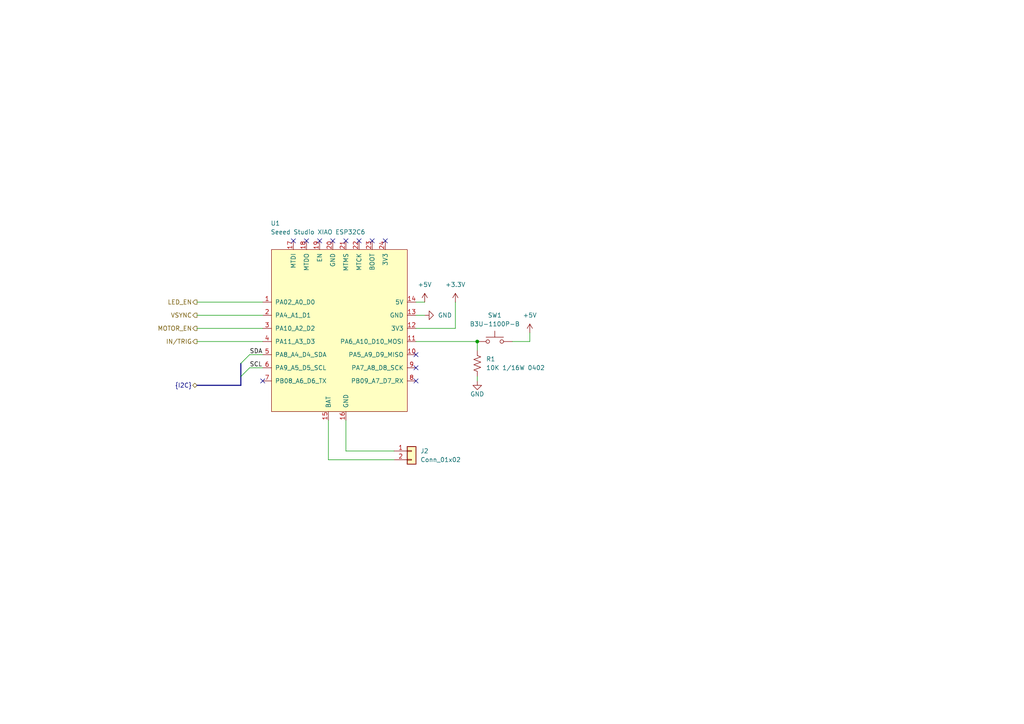
<source format=kicad_sch>
(kicad_sch (version 20231120) (generator "eeschema") (generator_version "8.0")
  (paper "A4")
  (lib_symbols
    (symbol "Connector_Generic:Conn_01x02" (pin_names (offset 1.016) hide)
      (property "Reference" "J" (at 0 2.54 0))
      (property "Value" "Conn_01x02" (at 0 -5.08 0))
      (symbol "Conn_01x02_1_1"
        (rectangle (start -1.27 -2.413) (end 0 -2.667) (stroke (width 0.1524)))
        (rectangle (start -1.27 0.127) (end 0 -0.127) (stroke (width 0.1524)))
        (rectangle (start -1.27 1.27) (end 1.27 -3.81) (stroke (width 0.254)) (fill (type background)))
        (pin passive line (at -5.08 0 0) (length 3.81) (name "Pin_1") (number "1"))
        (pin passive line (at -5.08 -2.54 0) (length 3.81) (name "Pin_2") (number "2"))
      )
    )
    (symbol "Device:R_US" (pin_numbers hide) (pin_names (offset 0))
      (property "Reference" "R" (at 2.54 0 90))
      (property "Value" "R_US" (at -2.54 0 90))
      (symbol "R_US_0_1"
        (polyline (pts (xy 0 -2.286) (xy 0 -2.54)))
        (polyline (pts (xy 0 2.286) (xy 0 2.54)))
        (polyline (pts (xy 0 -0.762) (xy 1.016 -1.143) (xy 0 -1.524) (xy -1.016 -1.905) (xy 0 -2.286)))
        (polyline (pts (xy 0 0.762) (xy 1.016 0.381) (xy 0 0) (xy -1.016 -0.381) (xy 0 -0.762)))
        (polyline (pts (xy 0 2.286) (xy 1.016 1.905) (xy 0 1.524) (xy -1.016 1.143) (xy 0 0.762)))
      )
      (symbol "R_US_1_1"
        (pin passive line (at 0 3.81 270) (length 1.27) (name "~") (number "1"))
        (pin passive line (at 0 -3.81 90) (length 1.27) (name "~") (number "2"))
      )
    )
    (symbol "Seeed_Studio_XIAO_Series:Seeed Studio XIAO ESP32C6" (pin_names (offset 1.016))
      (property "Reference" "U" (at -20.574 20.574 0))
      (property "Value" "Seeed Studio XIAO ESP32C6" (at -29.21 22.86 0))
      (symbol "Seeed Studio XIAO ESP32C6_1_1"
        (rectangle (start -19.05 21.59) (end 20.32 -25.4) (fill (type background)))
        (pin bidirectional line (at -21.59 6.35 0) (length 2.54) (name "PA02_A0_D0") (number "1"))
        (pin bidirectional line (at 22.86 -8.89 180) (length 2.54) (name "PA5_A9_D9_MISO") (number "10"))
        (pin bidirectional line (at 22.86 -5.08 180) (length 2.54) (name "PA6_A10_D10_MOSI") (number "11"))
        (pin power_out line (at 22.86 -1.27 180) (length 2.54) (name "3V3") (number "12"))
        (pin power_out line (at 22.86 2.54 180) (length 2.54) (name "GND") (number "13"))
        (pin power_out line (at 22.86 6.35 180) (length 2.54) (name "5V") (number "14"))
        (pin power_in line (at -2.54 -27.94 90) (length 2.54) (name "BAT") (number "15"))
        (pin power_in line (at 2.54 -27.94 90) (length 2.54) (name "GND") (number "16"))
        (pin bidirectional line (at -12.7 24.13 270) (length 2.54) (name "MTDI") (number "17"))
        (pin bidirectional line (at -8.89 24.13 270) (length 2.54) (name "MTDO") (number "18"))
        (pin input line (at -5.08 24.13 270) (length 2.54) (name "EN") (number "19"))
        (pin bidirectional line (at -21.59 2.54 0) (length 2.54) (name "PA4_A1_D1") (number "2"))
        (pin power_in line (at -1.27 24.13 270) (length 2.54) (name "GND") (number "20"))
        (pin bidirectional line (at 2.54 24.13 270) (length 2.54) (name "MTMS") (number "21"))
        (pin bidirectional line (at 6.35 24.13 270) (length 2.54) (name "MTCK") (number "22"))
        (pin bidirectional line (at 10.16 24.13 270) (length 2.54) (name "BOOT") (number "23"))
        (pin power_in line (at 13.97 24.13 270) (length 2.54) (name "3V3") (number "24"))
        (pin bidirectional line (at -21.59 -1.27 0) (length 2.54) (name "PA10_A2_D2") (number "3"))
        (pin bidirectional line (at -21.59 -5.08 0) (length 2.54) (name "PA11_A3_D3") (number "4"))
        (pin bidirectional line (at -21.59 -8.89 0) (length 2.54) (name "PA8_A4_D4_SDA") (number "5"))
        (pin bidirectional line (at -21.59 -12.7 0) (length 2.54) (name "PA9_A5_D5_SCL") (number "6"))
        (pin bidirectional line (at -21.59 -16.51 0) (length 2.54) (name "PB08_A6_D6_TX") (number "7"))
        (pin bidirectional line (at 22.86 -16.51 180) (length 2.54) (name "PB09_A7_D7_RX") (number "8"))
        (pin bidirectional line (at 22.86 -12.7 180) (length 2.54) (name "PA7_A8_D8_SCK") (number "9"))
      )
    )
    (symbol "Switch:SW_Push" (pin_numbers hide) (pin_names (offset 1.016) hide)
      (property "Reference" "SW1" (at 0 7.62 0))
      (property "Value" "B3U-1100P-B" (at 0 5.08 0))
      (symbol "SW_Push_0_1"
        (circle (center -2.032 0) (radius 0.508))
        (polyline (pts (xy 0 1.27) (xy 0 3.048)))
        (polyline (pts (xy 2.54 1.27) (xy -2.54 1.27)))
        (circle (center 2.032 0) (radius 0.508))
        (pin passive line (at -5.08 0 0) (length 2.54) (name "1") (number "1"))
        (pin passive line (at 5.08 0 180) (length 2.54) (name "2") (number "2"))
      )
      (symbol "SW_Push_1_1"
        (pin no_connect line (at 0 -2.54 0) (length 2.54) hide (name "Shield") (number "3"))
      )
    )
    (symbol "power:+3.3V" (power) (pin_numbers hide) (pin_names (offset 0) hide)
      (property "Value" "+3.3V" (at 0 3.556 0))
      (symbol "+3.3V_0_1"
        (polyline (pts (xy -0.762 1.27) (xy 0 2.54)))
        (polyline (pts (xy 0 0) (xy 0 2.54)))
        (polyline (pts (xy 0 2.54) (xy 0.762 1.27)))
      )
      (symbol "+3.3V_1_1"
        (pin power_in line (at 0 0 90) (length 0) (name "~") (number "1"))
      )
    )
    (symbol "power:+5V" (power) (pin_numbers hide) (pin_names (offset 0) hide)
      (property "Value" "+5V" (at 0 3.556 0))
      (symbol "+5V_0_1"
        (polyline (pts (xy -0.762 1.27) (xy 0 2.54)))
        (polyline (pts (xy 0 0) (xy 0 2.54)))
        (polyline (pts (xy 0 2.54) (xy 0.762 1.27)))
      )
      (symbol "+5V_1_1"
        (pin power_in line (at 0 0 90) (length 0) (name "~") (number "1"))
      )
    )
    (symbol "power:GND" (power) (pin_numbers hide) (pin_names (offset 0) hide)
      (property "Value" "GND" (at 0 -3.81 0))
      (symbol "GND_0_1"
        (polyline (pts (xy 0 0) (xy 0 -1.27) (xy 1.27 -1.27) (xy 0 -2.54) (xy -1.27 -1.27) (xy 0 -1.27)))
      )
      (symbol "GND_1_1"
        (pin power_in line (at 0 0 270) (length 0) (name "~") (number "1"))
      )
    )
  )
  (junction (at 138.43 99.06))
  (no_connect (at 107.95 69.85))
  (no_connect (at 92.71 69.85))
  (no_connect (at 120.65 106.68))
  (no_connect (at 120.65 110.49))
  (no_connect (at 120.65 102.87))
  (no_connect (at 76.2 110.49))
  (no_connect (at 104.14 69.85))
  (no_connect (at 88.9 69.85))
  (no_connect (at 85.09 69.85))
  (no_connect (at 96.52 69.85))
  (no_connect (at 100.33 69.85))
  (no_connect (at 111.76 69.85))
  (bus_entry (at 69.85 109.22) (size 2.54 -2.54))
  (bus_entry (at 69.85 105.41) (size 2.54 -2.54))
  (wire (pts (xy 72.39 106.68) (xy 76.2 106.68)))
  (wire (pts (xy 100.33 130.81) (xy 114.3 130.81)))
  (wire (pts (xy 138.43 109.22) (xy 138.43 110.49)))
  (wire (pts (xy 100.33 121.92) (xy 100.33 130.81)))
  (wire (pts (xy 95.25 121.92) (xy 95.25 133.35)))
  (bus (pts (xy 69.85 109.22) (xy 69.85 111.76)))
  (wire (pts (xy 72.39 102.87) (xy 76.2 102.87)))
  (wire (pts (xy 57.15 95.25) (xy 76.2 95.25)))
  (wire (pts (xy 57.15 91.44) (xy 76.2 91.44)))
  (wire (pts (xy 120.65 99.06) (xy 138.43 99.06)))
  (wire (pts (xy 57.15 87.63) (xy 76.2 87.63)))
  (wire (pts (xy 95.25 133.35) (xy 114.3 133.35)))
  (wire (pts (xy 153.67 99.06) (xy 148.59 99.06)))
  (wire (pts (xy 123.19 87.63) (xy 120.65 87.63)))
  (wire (pts (xy 138.43 101.6) (xy 138.43 99.06)))
  (wire (pts (xy 123.19 91.44) (xy 120.65 91.44)))
  (wire (pts (xy 120.65 95.25) (xy 132.08 95.25)))
  (wire (pts (xy 57.15 99.06) (xy 76.2 99.06)))
  (wire (pts (xy 132.08 95.25) (xy 132.08 87.63)))
  (bus (pts (xy 69.85 105.41) (xy 69.85 109.22)))
  (bus (pts (xy 69.85 111.76) (xy 57.15 111.76)))
  (wire (pts (xy 153.67 96.52) (xy 153.67 99.06)))
  (label "SCL" (at 72.39 106.68 0))
  (label "SDA" (at 72.39 102.87 0))
  (hierarchical_label "IN{slash}TRIG" (shape output) (at 57.15 99.06 180))
  (hierarchical_label "MOTOR_EN" (shape output) (at 57.15 95.25 180))
  (hierarchical_label "{I2C}" (shape bidirectional) (at 57.15 111.76 180))
  (hierarchical_label "LED_EN" (shape output) (at 57.15 87.63 180))
  (hierarchical_label "VSYNC" (shape output) (at 57.15 91.44 180))
  (symbol (lib_id "power:+5V") (at 123.19 87.63 0) (unit 1)
    (property "Reference" "#PWR01" (effects (hide yes)))
    (property "Value" "+5V" (at 123.19 82.55 0))
    (property "Description" "Power symbol creates a global label with name \"+5V\"" (effects (hide yes)))
  )
  (symbol (lib_id "power:GND") (at 138.43 110.49 0) (unit 1)
    (property "Reference" "#PWR020" (effects (hide yes)))
    (property "Value" "GND" (at 140.462 114.3 0) (effects (justify right)))
    (property "Description" "Power symbol creates a global label with name \"GND\" , ground" (effects (hide yes)))
  )
  (symbol (lib_id "Seeed_Studio_XIAO_Series:Seeed Studio XIAO ESP32C6") (at 97.79 93.98 0) (unit 1)
    (property "Reference" "U1" (at 78.486 64.77 0) (effects (justify left)))
    (property "Value" "Seeed Studio XIAO ESP32C6" (at 78.486 67.31 0) (effects (justify left)))
    (property "Footprint" "OPL_Kicad_Library:XIAO-ESP32-C6-SMD" (effects (hide yes)))
  )
  (symbol (lib_id "power:+5V") (at 153.67 96.52 0) (unit 1)
    (property "Reference" "#PWR019" (effects (hide yes)))
    (property "Value" "+5V" (at 153.67 91.44 0))
    (property "Description" "Power symbol creates a global label with name \"+5V\"" (effects (hide yes)))
  )
  (symbol (lib_id "Switch:SW_Push") (at 143.51 99.06 0) (unit 1)
    (property "Reference" "SW1" (at 143.51 91.44 0))
    (property "Value" "B3U-1100P-B" (at 143.51 93.98 0))
    (property "Footprint" "Library:B3U1100PB" (effects (hide yes)))
    (property "Datasheet" "https://www.mouser.ca/datasheet/2/307/en_b3u-3476507.pdf" (effects (hide yes)))
    (property "Description" "Push button switch, generic, two pins" (effects (hide yes)))
  )
  (symbol (lib_id "Device:R_US") (at 138.43 105.41 0) (unit 1)
    (property "Reference" "R1" (at 140.97 104.1399 0) (effects (justify left)))
    (property "Value" "10K 1/16W 0402" (at 140.97 106.6799 0) (effects (justify left)))
    (property "Footprint" "Resistor_SMD:R_0402_1005Metric" (effects (hide yes)))
    (property "Datasheet" "https://www.mouser.ca/datasheet/2/447/PYu_RT_1_to_0_01_RoHS_L_15-3461507.pdf" (effects (hide yes)))
    (property "Description" "RT0402DRE0710KL" (effects (hide yes)))
  )
  (symbol (lib_id "Connector_Generic:Conn_01x02") (at 119.38 130.81 0) (unit 1)
    (property "Reference" "J2" (at 121.92 130.8099 0) (effects (justify left)))
    (property "Value" "Conn_01x02" (at 121.92 133.3499 0) (effects (justify left)))
    (property "Footprint" "TestPoint:TestPoint_2Pads_Pitch2.54mm_Drill0.8mm" (effects (hide yes)))
    (property "Description" "Generic connector, single row, 01x02, script generated (kicad-library-utils/schlib/autogen/connector/)" (effects (hide yes)))
  )
  (symbol (lib_id "power:+3.3V") (at 132.08 87.63 0) (unit 1)
    (property "Reference" "#PWR02" (effects (hide yes)))
    (property "Value" "+3.3V" (at 132.08 82.55 0))
    (property "Description" "Power symbol creates a global label with name \"+3.3V\"" (effects (hide yes)))
  )
  (symbol (lib_id "power:GND") (at 123.19 91.44 90) (unit 1)
    (property "Reference" "#PWR03" (effects (hide yes)))
    (property "Value" "GND" (at 127 91.4399 90) (effects (justify right)))
    (property "Description" "Power symbol creates a global label with name \"GND\" , ground" (effects (hide yes)))
  )
)
</source>
